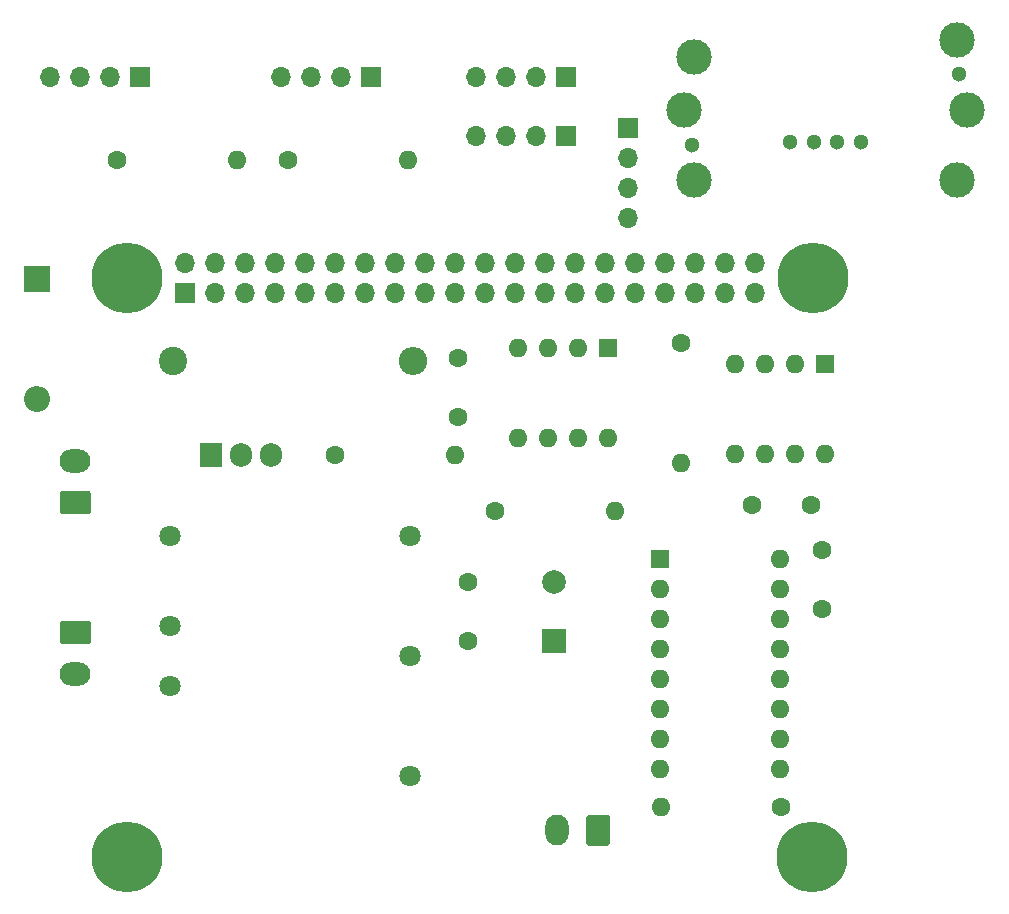
<source format=gbr>
G04 #@! TF.GenerationSoftware,KiCad,Pcbnew,(5.1.5-0-10_14)*
G04 #@! TF.CreationDate,2020-04-23T09:13:14+01:00*
G04 #@! TF.ProjectId,healthkeeper,6865616c-7468-46b6-9565-7065722e6b69,rev?*
G04 #@! TF.SameCoordinates,Original*
G04 #@! TF.FileFunction,Soldermask,Top*
G04 #@! TF.FilePolarity,Negative*
%FSLAX46Y46*%
G04 Gerber Fmt 4.6, Leading zero omitted, Abs format (unit mm)*
G04 Created by KiCad (PCBNEW (5.1.5-0-10_14)) date 2020-04-23 09:13:14*
%MOMM*%
%LPD*%
G04 APERTURE LIST*
%ADD10O,1.700000X1.700000*%
%ADD11R,1.700000X1.700000*%
%ADD12C,6.000000*%
%ADD13O,1.600000X1.600000*%
%ADD14R,1.600000X1.600000*%
%ADD15C,3.000000*%
%ADD16C,1.300000*%
%ADD17C,1.800000*%
%ADD18C,1.600000*%
%ADD19O,2.400000X2.400000*%
%ADD20C,2.400000*%
%ADD21O,1.905000X2.000000*%
%ADD22R,1.905000X2.000000*%
%ADD23O,2.000000X2.600000*%
%ADD24C,0.100000*%
%ADD25O,2.600000X2.000000*%
%ADD26O,2.200000X2.200000*%
%ADD27R,2.200000X2.200000*%
%ADD28C,2.000000*%
%ADD29R,2.000000X2.000000*%
G04 APERTURE END LIST*
D10*
X117365859Y-74202587D03*
X114825859Y-76742587D03*
X130065859Y-76742587D03*
X130065859Y-74202587D03*
X114825859Y-74202587D03*
X117365859Y-76742587D03*
X112285859Y-74202587D03*
D11*
X112285859Y-76742587D03*
D10*
X140225859Y-76742587D03*
X140225859Y-74202587D03*
X124985859Y-76742587D03*
X124985859Y-74202587D03*
X145305859Y-76742587D03*
X145305859Y-74202587D03*
X127525859Y-76742587D03*
X127525859Y-74202587D03*
X122445859Y-76742587D03*
X122445859Y-74202587D03*
X135145859Y-76742587D03*
X135145859Y-74202587D03*
X158005859Y-76742587D03*
X158005859Y-74202587D03*
X152925859Y-76742587D03*
X152925859Y-74202587D03*
X155465859Y-76742587D03*
X155465859Y-74202587D03*
X132605859Y-76742587D03*
X132605859Y-74202587D03*
X150385859Y-76742587D03*
X150385859Y-74202587D03*
X119905859Y-76742587D03*
X119905859Y-74202587D03*
X147845859Y-76742587D03*
X147845859Y-74202587D03*
X137685859Y-76742587D03*
X137685859Y-74202587D03*
X142765859Y-76742587D03*
X142765859Y-74202587D03*
X160545859Y-76742587D03*
X160545859Y-74202587D03*
D12*
X107332859Y-124494587D03*
X165371859Y-124494587D03*
X107396359Y-75472587D03*
X165415859Y-75472587D03*
D10*
X136920000Y-58500000D03*
X139460000Y-58500000D03*
X142000000Y-58500000D03*
D11*
X144540000Y-58500000D03*
D10*
X100880000Y-58500000D03*
X103420000Y-58500000D03*
X105960000Y-58500000D03*
D11*
X108500000Y-58500000D03*
D10*
X136880000Y-63500000D03*
X139420000Y-63500000D03*
X141960000Y-63500000D03*
D11*
X144500000Y-63500000D03*
D13*
X162660000Y-99250000D03*
X152500000Y-117030000D03*
X162660000Y-101790000D03*
X152500000Y-114490000D03*
X162660000Y-104330000D03*
X152500000Y-111950000D03*
X162660000Y-106870000D03*
X152500000Y-109410000D03*
X162660000Y-109410000D03*
X152500000Y-106870000D03*
X162660000Y-111950000D03*
X152500000Y-104330000D03*
X162660000Y-114490000D03*
X152500000Y-101790000D03*
X162660000Y-117030000D03*
D14*
X152500000Y-99250000D03*
D15*
X178500000Y-61250000D03*
X154500000Y-61250000D03*
X177600000Y-55300000D03*
X155400000Y-56800000D03*
X177600000Y-67200000D03*
X155400000Y-67200000D03*
D16*
X177800000Y-58250000D03*
X155200000Y-64250000D03*
X169500000Y-64000000D03*
X167500000Y-64000000D03*
X165500000Y-64000000D03*
X163500000Y-64000000D03*
D10*
X120380000Y-58500000D03*
X122920000Y-58500000D03*
X125460000Y-58500000D03*
D11*
X128000000Y-58500000D03*
D17*
X111000000Y-97305500D03*
X131320000Y-97305500D03*
X131320000Y-107465500D03*
X131320000Y-117625500D03*
X111000000Y-104925500D03*
X111000000Y-110005500D03*
D13*
X148094700Y-89039700D03*
X140474700Y-81419700D03*
X145554700Y-89039700D03*
X143014700Y-81419700D03*
X143014700Y-89039700D03*
X145554700Y-81419700D03*
X140474700Y-89039700D03*
D14*
X148094700Y-81419700D03*
D13*
X166500000Y-90370000D03*
X158880000Y-82750000D03*
X163960000Y-90370000D03*
X161420000Y-82750000D03*
X161420000Y-90370000D03*
X163960000Y-82750000D03*
X158880000Y-90370000D03*
D14*
X166500000Y-82750000D03*
D13*
X152590000Y-120250000D03*
D18*
X162750000Y-120250000D03*
D13*
X116660000Y-65500000D03*
D18*
X106500000Y-65500000D03*
D13*
X131160000Y-65500000D03*
D18*
X121000000Y-65500000D03*
D13*
X154250000Y-91160000D03*
D18*
X154250000Y-81000000D03*
D19*
X131594860Y-82500000D03*
D20*
X111274860Y-82500000D03*
D13*
X135160000Y-90500000D03*
D18*
X125000000Y-90500000D03*
D13*
X148660000Y-95250000D03*
D18*
X138500000Y-95250000D03*
D21*
X119580000Y-90500000D03*
X117040000Y-90500000D03*
D22*
X114500000Y-90500000D03*
D10*
X149750000Y-70370000D03*
X149750000Y-67830000D03*
X149750000Y-65290000D03*
D11*
X149750000Y-62750000D03*
D23*
X143750000Y-122250000D03*
D24*
G36*
X148024504Y-120951204D02*
G01*
X148048773Y-120954804D01*
X148072571Y-120960765D01*
X148095671Y-120969030D01*
X148117849Y-120979520D01*
X148138893Y-120992133D01*
X148158598Y-121006747D01*
X148176777Y-121023223D01*
X148193253Y-121041402D01*
X148207867Y-121061107D01*
X148220480Y-121082151D01*
X148230970Y-121104329D01*
X148239235Y-121127429D01*
X148245196Y-121151227D01*
X148248796Y-121175496D01*
X148250000Y-121200000D01*
X148250000Y-123300000D01*
X148248796Y-123324504D01*
X148245196Y-123348773D01*
X148239235Y-123372571D01*
X148230970Y-123395671D01*
X148220480Y-123417849D01*
X148207867Y-123438893D01*
X148193253Y-123458598D01*
X148176777Y-123476777D01*
X148158598Y-123493253D01*
X148138893Y-123507867D01*
X148117849Y-123520480D01*
X148095671Y-123530970D01*
X148072571Y-123539235D01*
X148048773Y-123545196D01*
X148024504Y-123548796D01*
X148000000Y-123550000D01*
X146500000Y-123550000D01*
X146475496Y-123548796D01*
X146451227Y-123545196D01*
X146427429Y-123539235D01*
X146404329Y-123530970D01*
X146382151Y-123520480D01*
X146361107Y-123507867D01*
X146341402Y-123493253D01*
X146323223Y-123476777D01*
X146306747Y-123458598D01*
X146292133Y-123438893D01*
X146279520Y-123417849D01*
X146269030Y-123395671D01*
X146260765Y-123372571D01*
X146254804Y-123348773D01*
X146251204Y-123324504D01*
X146250000Y-123300000D01*
X146250000Y-121200000D01*
X146251204Y-121175496D01*
X146254804Y-121151227D01*
X146260765Y-121127429D01*
X146269030Y-121104329D01*
X146279520Y-121082151D01*
X146292133Y-121061107D01*
X146306747Y-121041402D01*
X146323223Y-121023223D01*
X146341402Y-121006747D01*
X146361107Y-120992133D01*
X146382151Y-120979520D01*
X146404329Y-120969030D01*
X146427429Y-120960765D01*
X146451227Y-120954804D01*
X146475496Y-120951204D01*
X146500000Y-120950000D01*
X148000000Y-120950000D01*
X148024504Y-120951204D01*
G37*
D25*
X103000000Y-91000000D03*
D24*
G36*
X104074504Y-93501204D02*
G01*
X104098773Y-93504804D01*
X104122571Y-93510765D01*
X104145671Y-93519030D01*
X104167849Y-93529520D01*
X104188893Y-93542133D01*
X104208598Y-93556747D01*
X104226777Y-93573223D01*
X104243253Y-93591402D01*
X104257867Y-93611107D01*
X104270480Y-93632151D01*
X104280970Y-93654329D01*
X104289235Y-93677429D01*
X104295196Y-93701227D01*
X104298796Y-93725496D01*
X104300000Y-93750000D01*
X104300000Y-95250000D01*
X104298796Y-95274504D01*
X104295196Y-95298773D01*
X104289235Y-95322571D01*
X104280970Y-95345671D01*
X104270480Y-95367849D01*
X104257867Y-95388893D01*
X104243253Y-95408598D01*
X104226777Y-95426777D01*
X104208598Y-95443253D01*
X104188893Y-95457867D01*
X104167849Y-95470480D01*
X104145671Y-95480970D01*
X104122571Y-95489235D01*
X104098773Y-95495196D01*
X104074504Y-95498796D01*
X104050000Y-95500000D01*
X101950000Y-95500000D01*
X101925496Y-95498796D01*
X101901227Y-95495196D01*
X101877429Y-95489235D01*
X101854329Y-95480970D01*
X101832151Y-95470480D01*
X101811107Y-95457867D01*
X101791402Y-95443253D01*
X101773223Y-95426777D01*
X101756747Y-95408598D01*
X101742133Y-95388893D01*
X101729520Y-95367849D01*
X101719030Y-95345671D01*
X101710765Y-95322571D01*
X101704804Y-95298773D01*
X101701204Y-95274504D01*
X101700000Y-95250000D01*
X101700000Y-93750000D01*
X101701204Y-93725496D01*
X101704804Y-93701227D01*
X101710765Y-93677429D01*
X101719030Y-93654329D01*
X101729520Y-93632151D01*
X101742133Y-93611107D01*
X101756747Y-93591402D01*
X101773223Y-93573223D01*
X101791402Y-93556747D01*
X101811107Y-93542133D01*
X101832151Y-93529520D01*
X101854329Y-93519030D01*
X101877429Y-93510765D01*
X101901227Y-93504804D01*
X101925496Y-93501204D01*
X101950000Y-93500000D01*
X104050000Y-93500000D01*
X104074504Y-93501204D01*
G37*
D25*
X103000000Y-109000000D03*
D24*
G36*
X104074504Y-104501204D02*
G01*
X104098773Y-104504804D01*
X104122571Y-104510765D01*
X104145671Y-104519030D01*
X104167849Y-104529520D01*
X104188893Y-104542133D01*
X104208598Y-104556747D01*
X104226777Y-104573223D01*
X104243253Y-104591402D01*
X104257867Y-104611107D01*
X104270480Y-104632151D01*
X104280970Y-104654329D01*
X104289235Y-104677429D01*
X104295196Y-104701227D01*
X104298796Y-104725496D01*
X104300000Y-104750000D01*
X104300000Y-106250000D01*
X104298796Y-106274504D01*
X104295196Y-106298773D01*
X104289235Y-106322571D01*
X104280970Y-106345671D01*
X104270480Y-106367849D01*
X104257867Y-106388893D01*
X104243253Y-106408598D01*
X104226777Y-106426777D01*
X104208598Y-106443253D01*
X104188893Y-106457867D01*
X104167849Y-106470480D01*
X104145671Y-106480970D01*
X104122571Y-106489235D01*
X104098773Y-106495196D01*
X104074504Y-106498796D01*
X104050000Y-106500000D01*
X101950000Y-106500000D01*
X101925496Y-106498796D01*
X101901227Y-106495196D01*
X101877429Y-106489235D01*
X101854329Y-106480970D01*
X101832151Y-106470480D01*
X101811107Y-106457867D01*
X101791402Y-106443253D01*
X101773223Y-106426777D01*
X101756747Y-106408598D01*
X101742133Y-106388893D01*
X101729520Y-106367849D01*
X101719030Y-106345671D01*
X101710765Y-106322571D01*
X101704804Y-106298773D01*
X101701204Y-106274504D01*
X101700000Y-106250000D01*
X101700000Y-104750000D01*
X101701204Y-104725496D01*
X101704804Y-104701227D01*
X101710765Y-104677429D01*
X101719030Y-104654329D01*
X101729520Y-104632151D01*
X101742133Y-104611107D01*
X101756747Y-104591402D01*
X101773223Y-104573223D01*
X101791402Y-104556747D01*
X101811107Y-104542133D01*
X101832151Y-104529520D01*
X101854329Y-104519030D01*
X101877429Y-104510765D01*
X101901227Y-104504804D01*
X101925496Y-104501204D01*
X101950000Y-104500000D01*
X104050000Y-104500000D01*
X104074504Y-104501204D01*
G37*
D26*
X99750000Y-85750000D03*
D27*
X99750000Y-75590000D03*
D18*
X165250000Y-94750000D03*
X160250000Y-94750000D03*
X166250000Y-103500000D03*
X166250000Y-98500000D03*
X135399780Y-87290920D03*
X135399780Y-82290920D03*
X136250000Y-106250000D03*
X136250000Y-101250000D03*
D28*
X143500000Y-101250000D03*
D29*
X143500000Y-106250000D03*
M02*

</source>
